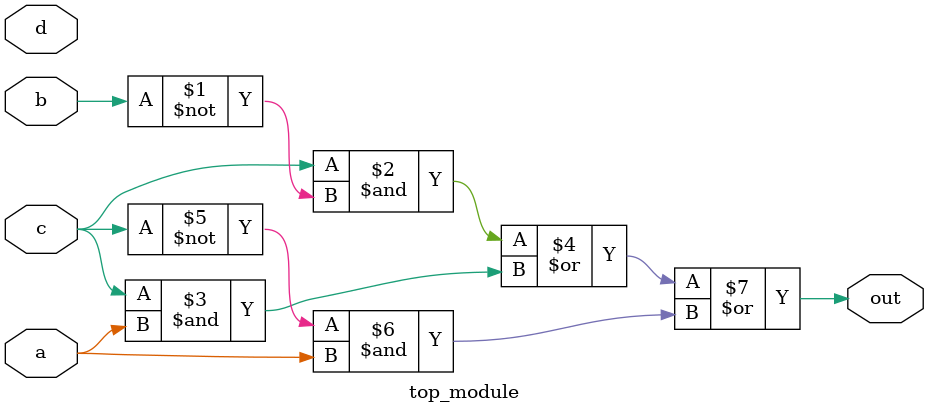
<source format=v>
module top_module(
    input a,
    input b,
    input c,
    input d,
    output out  ); 
	
    assign out = (c & ~b) | (c & a) | (~c & a);
    
endmodule

</source>
